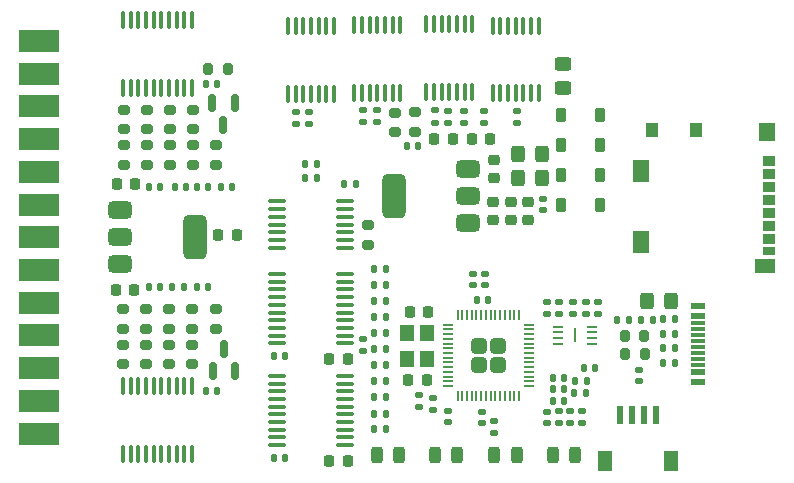
<source format=gbr>
%TF.GenerationSoftware,KiCad,Pcbnew,8.0.2*%
%TF.CreationDate,2024-12-01T19:44:38-06:00*%
%TF.ProjectId,Desktop_50_Pin_TopConn,4465736b-746f-4705-9f35-305f50696e5f,rev?*%
%TF.SameCoordinates,Original*%
%TF.FileFunction,Paste,Top*%
%TF.FilePolarity,Positive*%
%FSLAX46Y46*%
G04 Gerber Fmt 4.6, Leading zero omitted, Abs format (unit mm)*
G04 Created by KiCad (PCBNEW 8.0.2) date 2024-12-01 19:44:38*
%MOMM*%
%LPD*%
G01*
G04 APERTURE LIST*
G04 Aperture macros list*
%AMRoundRect*
0 Rectangle with rounded corners*
0 $1 Rounding radius*
0 $2 $3 $4 $5 $6 $7 $8 $9 X,Y pos of 4 corners*
0 Add a 4 corners polygon primitive as box body*
4,1,4,$2,$3,$4,$5,$6,$7,$8,$9,$2,$3,0*
0 Add four circle primitives for the rounded corners*
1,1,$1+$1,$2,$3*
1,1,$1+$1,$4,$5*
1,1,$1+$1,$6,$7*
1,1,$1+$1,$8,$9*
0 Add four rect primitives between the rounded corners*
20,1,$1+$1,$2,$3,$4,$5,0*
20,1,$1+$1,$4,$5,$6,$7,0*
20,1,$1+$1,$6,$7,$8,$9,0*
20,1,$1+$1,$8,$9,$2,$3,0*%
G04 Aperture macros list end*
%ADD10RoundRect,0.225000X-0.250000X0.225000X-0.250000X-0.225000X0.250000X-0.225000X0.250000X0.225000X0*%
%ADD11RoundRect,0.225000X-0.225000X-0.250000X0.225000X-0.250000X0.225000X0.250000X-0.225000X0.250000X0*%
%ADD12RoundRect,0.225000X0.225000X0.250000X-0.225000X0.250000X-0.225000X-0.250000X0.225000X-0.250000X0*%
%ADD13R,3.480000X1.846667*%
%ADD14RoundRect,0.140000X-0.140000X-0.170000X0.140000X-0.170000X0.140000X0.170000X-0.140000X0.170000X0*%
%ADD15RoundRect,0.100000X0.100000X-0.637500X0.100000X0.637500X-0.100000X0.637500X-0.100000X-0.637500X0*%
%ADD16RoundRect,0.140000X-0.170000X0.140000X-0.170000X-0.140000X0.170000X-0.140000X0.170000X0.140000X0*%
%ADD17RoundRect,0.140000X0.140000X0.170000X-0.140000X0.170000X-0.140000X-0.170000X0.140000X-0.170000X0*%
%ADD18R,1.100000X0.850000*%
%ADD19R,1.100000X0.750000*%
%ADD20R,1.000000X1.200000*%
%ADD21R,1.350000X1.550000*%
%ADD22R,1.350000X1.900000*%
%ADD23R,1.800000X1.170000*%
%ADD24RoundRect,0.243750X0.243750X0.456250X-0.243750X0.456250X-0.243750X-0.456250X0.243750X-0.456250X0*%
%ADD25RoundRect,0.135000X0.135000X0.185000X-0.135000X0.185000X-0.135000X-0.185000X0.135000X-0.185000X0*%
%ADD26RoundRect,0.200000X0.200000X0.275000X-0.200000X0.275000X-0.200000X-0.275000X0.200000X-0.275000X0*%
%ADD27RoundRect,0.200000X-0.275000X0.200000X-0.275000X-0.200000X0.275000X-0.200000X0.275000X0.200000X0*%
%ADD28RoundRect,0.150000X0.150000X-0.587500X0.150000X0.587500X-0.150000X0.587500X-0.150000X-0.587500X0*%
%ADD29RoundRect,0.200000X0.275000X-0.200000X0.275000X0.200000X-0.275000X0.200000X-0.275000X-0.200000X0*%
%ADD30RoundRect,0.135000X0.185000X-0.135000X0.185000X0.135000X-0.185000X0.135000X-0.185000X-0.135000X0*%
%ADD31RoundRect,0.135000X-0.135000X-0.185000X0.135000X-0.185000X0.135000X0.185000X-0.135000X0.185000X0*%
%ADD32R,1.240000X0.600000*%
%ADD33R,1.240000X0.300000*%
%ADD34RoundRect,0.100000X-0.637500X-0.100000X0.637500X-0.100000X0.637500X0.100000X-0.637500X0.100000X0*%
%ADD35RoundRect,0.100000X0.637500X0.100000X-0.637500X0.100000X-0.637500X-0.100000X0.637500X-0.100000X0*%
%ADD36RoundRect,0.249999X-0.395001X0.395001X-0.395001X-0.395001X0.395001X-0.395001X0.395001X0.395001X0*%
%ADD37RoundRect,0.050000X-0.050000X0.387500X-0.050000X-0.387500X0.050000X-0.387500X0.050000X0.387500X0*%
%ADD38RoundRect,0.050000X-0.387500X0.050000X-0.387500X-0.050000X0.387500X-0.050000X0.387500X0.050000X0*%
%ADD39RoundRect,0.100000X-0.100000X0.637500X-0.100000X-0.637500X0.100000X-0.637500X0.100000X0.637500X0*%
%ADD40RoundRect,0.135000X-0.185000X0.135000X-0.185000X-0.135000X0.185000X-0.135000X0.185000X0.135000X0*%
%ADD41RoundRect,0.250000X-0.325000X-0.450000X0.325000X-0.450000X0.325000X0.450000X-0.325000X0.450000X0*%
%ADD42RoundRect,0.150000X-0.150000X0.587500X-0.150000X-0.587500X0.150000X-0.587500X0.150000X0.587500X0*%
%ADD43R,0.600000X1.550000*%
%ADD44R,1.200000X1.800000*%
%ADD45RoundRect,0.225000X0.250000X-0.225000X0.250000X0.225000X-0.250000X0.225000X-0.250000X-0.225000X0*%
%ADD46RoundRect,0.225000X0.225000X0.375000X-0.225000X0.375000X-0.225000X-0.375000X0.225000X-0.375000X0*%
%ADD47RoundRect,0.140000X0.170000X-0.140000X0.170000X0.140000X-0.170000X0.140000X-0.170000X-0.140000X0*%
%ADD48RoundRect,0.375000X-0.625000X-0.375000X0.625000X-0.375000X0.625000X0.375000X-0.625000X0.375000X0*%
%ADD49RoundRect,0.500000X-0.500000X-1.400000X0.500000X-1.400000X0.500000X1.400000X-0.500000X1.400000X0*%
%ADD50RoundRect,0.040000X-0.040000X-0.605000X0.040000X-0.605000X0.040000X0.605000X-0.040000X0.605000X0*%
%ADD51RoundRect,0.062500X-0.387500X-0.062500X0.387500X-0.062500X0.387500X0.062500X-0.387500X0.062500X0*%
%ADD52RoundRect,0.200000X-0.200000X-0.275000X0.200000X-0.275000X0.200000X0.275000X-0.200000X0.275000X0*%
%ADD53RoundRect,0.250000X0.325000X0.450000X-0.325000X0.450000X-0.325000X-0.450000X0.325000X-0.450000X0*%
%ADD54RoundRect,0.375000X0.625000X0.375000X-0.625000X0.375000X-0.625000X-0.375000X0.625000X-0.375000X0*%
%ADD55RoundRect,0.500000X0.500000X1.400000X-0.500000X1.400000X-0.500000X-1.400000X0.500000X-1.400000X0*%
%ADD56R,1.200000X1.400000*%
%ADD57RoundRect,0.250000X0.450000X-0.325000X0.450000X0.325000X-0.450000X0.325000X-0.450000X-0.325000X0*%
G04 APERTURE END LIST*
D10*
%TO.C,C26*%
X41900000Y2975000D03*
X41900000Y1425000D03*
%TD*%
%TO.C,C25*%
X40400000Y2975000D03*
X40400000Y1425000D03*
%TD*%
D11*
%TO.C,C24*%
X17150000Y200000D03*
X18700000Y200000D03*
%TD*%
%TO.C,C20*%
X35425000Y8300000D03*
X36975000Y8300000D03*
%TD*%
%TO.C,C19*%
X38600000Y8300000D03*
X40150000Y8300000D03*
%TD*%
D12*
%TO.C,C9*%
X10075000Y4520000D03*
X8525000Y4520000D03*
%TD*%
D13*
%TO.C,J3*%
X2000000Y16620000D03*
X2000000Y13850000D03*
X2000000Y11080000D03*
X2000000Y8310000D03*
X2000000Y5540000D03*
X2000000Y2770000D03*
X2000000Y0D03*
X2000000Y-2770000D03*
X2000000Y-5540000D03*
X2000000Y-8310000D03*
X2000000Y-11080000D03*
X2000000Y-13850000D03*
X2000000Y-16620000D03*
%TD*%
D11*
%TO.C,C3*%
X26550000Y-10350000D03*
X28100000Y-10350000D03*
%TD*%
D14*
%TO.C,C4*%
X16060000Y-13060000D03*
X17020000Y-13060000D03*
%TD*%
D15*
%TO.C,U3*%
X34740000Y12300000D03*
X35390000Y12300000D03*
X36040000Y12300000D03*
X36690000Y12300000D03*
X37340000Y12300000D03*
X37990000Y12300000D03*
X38640000Y12300000D03*
X38640000Y18025000D03*
X37990000Y18025000D03*
X37340000Y18025000D03*
X36690000Y18025000D03*
X36040000Y18025000D03*
X35390000Y18025000D03*
X34740000Y18025000D03*
%TD*%
D11*
%TO.C,C7*%
X26550000Y-18975000D03*
X28100000Y-18975000D03*
%TD*%
D16*
%TO.C,C1*%
X52780000Y-11200000D03*
X52780000Y-12160000D03*
%TD*%
D17*
%TO.C,C2*%
X22815000Y-10080000D03*
X21855000Y-10080000D03*
%TD*%
D14*
%TO.C,C5*%
X16070000Y13010000D03*
X17030000Y13010000D03*
%TD*%
D17*
%TO.C,C6*%
X22815000Y-18725000D03*
X21855000Y-18725000D03*
%TD*%
%TO.C,C12*%
X14210000Y-4180000D03*
X13250000Y-4180000D03*
%TD*%
D18*
%TO.C,SD1*%
X63750000Y6445000D03*
X63750000Y5345000D03*
X63750000Y4245000D03*
X63750000Y3145000D03*
X63750000Y2045000D03*
X63750000Y945000D03*
X63750000Y-155000D03*
D19*
X63750000Y-1205000D03*
D20*
X57600000Y9080000D03*
X53900000Y9080000D03*
D21*
X63625000Y8905000D03*
D22*
X52925000Y5580000D03*
X52925000Y-390000D03*
D23*
X63400000Y-2415000D03*
%TD*%
D24*
%TO.C,D1*%
X47367500Y-18450000D03*
X45492500Y-18450000D03*
%TD*%
%TO.C,D2*%
X42395832Y-18450000D03*
X40520832Y-18450000D03*
%TD*%
D25*
%TO.C,R54*%
X31325000Y-16220000D03*
X30305000Y-16220000D03*
%TD*%
D26*
%TO.C,R46*%
X17925000Y14280000D03*
X16275000Y14280000D03*
%TD*%
D27*
%TO.C,R42*%
X9125000Y7775000D03*
X9125000Y6125000D03*
%TD*%
D25*
%TO.C,R56*%
X55850000Y-8175000D03*
X54830000Y-8175000D03*
%TD*%
D27*
%TO.C,R30*%
X14975000Y7775000D03*
X14975000Y6125000D03*
%TD*%
D25*
%TO.C,R4*%
X48320000Y-12200000D03*
X47300000Y-12200000D03*
%TD*%
D28*
%TO.C,Q1*%
X16675000Y-11350000D03*
X18575000Y-11350000D03*
X17625000Y-9475000D03*
%TD*%
D29*
%TO.C,R39*%
X12950000Y-7750000D03*
X12950000Y-6100000D03*
%TD*%
%TO.C,R31*%
X9050000Y-7750000D03*
X9050000Y-6100000D03*
%TD*%
D15*
%TO.C,U2*%
X28650000Y12227500D03*
X29300000Y12227500D03*
X29950000Y12227500D03*
X30600000Y12227500D03*
X31250000Y12227500D03*
X31900000Y12227500D03*
X32550000Y12227500D03*
X32550000Y17952500D03*
X31900000Y17952500D03*
X31250000Y17952500D03*
X30600000Y17952500D03*
X29950000Y17952500D03*
X29300000Y17952500D03*
X28650000Y17952500D03*
%TD*%
D10*
%TO.C,C17*%
X43400000Y2975000D03*
X43400000Y1425000D03*
%TD*%
D30*
%TO.C,R84*%
X23710000Y9620000D03*
X23710000Y10640000D03*
%TD*%
D31*
%TO.C,R24*%
X30305000Y-2690000D03*
X31325000Y-2690000D03*
%TD*%
D14*
%TO.C,C16*%
X17350000Y4240000D03*
X18310000Y4240000D03*
%TD*%
D29*
%TO.C,R33*%
X11000000Y-10775000D03*
X11000000Y-9125000D03*
%TD*%
D30*
%TO.C,R2*%
X34110000Y-14370000D03*
X34110000Y-13350000D03*
%TD*%
D14*
%TO.C,C29*%
X45450000Y-11893333D03*
X46410000Y-11893333D03*
%TD*%
D16*
%TO.C,C30*%
X39450000Y-14800000D03*
X39450000Y-15760000D03*
%TD*%
D25*
%TO.C,R48*%
X55850000Y-10635000D03*
X54830000Y-10635000D03*
%TD*%
D32*
%TO.C,J12*%
X57735000Y-12240000D03*
X57735000Y-11440000D03*
D33*
X57735000Y-10290000D03*
X57735000Y-9290000D03*
X57735000Y-8790000D03*
X57735000Y-7790000D03*
D32*
X57735000Y-6640000D03*
X57735000Y-5840000D03*
X57735000Y-5840000D03*
X57735000Y-6640000D03*
D33*
X57735000Y-7290000D03*
X57735000Y-8290000D03*
X57735000Y-9790000D03*
X57735000Y-10790000D03*
D32*
X57735000Y-11440000D03*
X57735000Y-12240000D03*
%TD*%
D34*
%TO.C,U5*%
X22137500Y3025000D03*
X22137500Y2375000D03*
X22137500Y1725000D03*
X22137500Y1075000D03*
X22137500Y425000D03*
X22137500Y-225000D03*
X22137500Y-875000D03*
X27862500Y-875000D03*
X27862500Y-225000D03*
X27862500Y425000D03*
X27862500Y1075000D03*
X27862500Y1725000D03*
X27862500Y2375000D03*
X27862500Y3025000D03*
%TD*%
D27*
%TO.C,R36*%
X11075000Y10800000D03*
X11075000Y9150000D03*
%TD*%
D25*
%TO.C,R3*%
X48310000Y-13200000D03*
X47290000Y-13200000D03*
%TD*%
D27*
%TO.C,R5*%
X32140000Y10555000D03*
X32140000Y8905000D03*
%TD*%
D29*
%TO.C,R35*%
X11000000Y-7750000D03*
X11000000Y-6100000D03*
%TD*%
D16*
%TO.C,C33*%
X44930000Y-5510000D03*
X44930000Y-6470000D03*
%TD*%
D12*
%TO.C,C8*%
X10000000Y-4450000D03*
X8450000Y-4450000D03*
%TD*%
D27*
%TO.C,R38*%
X11075000Y7775000D03*
X11075000Y6125000D03*
%TD*%
D30*
%TO.C,R9*%
X29380000Y-9630000D03*
X29380000Y-8610000D03*
%TD*%
D15*
%TO.C,U1*%
X23050000Y12137500D03*
X23700000Y12137500D03*
X24350000Y12137500D03*
X25000000Y12137500D03*
X25650000Y12137500D03*
X26300000Y12137500D03*
X26950000Y12137500D03*
X26950000Y17862500D03*
X26300000Y17862500D03*
X25650000Y17862500D03*
X25000000Y17862500D03*
X24350000Y17862500D03*
X23700000Y17862500D03*
X23050000Y17862500D03*
%TD*%
D27*
%TO.C,R40*%
X9125000Y10800000D03*
X9125000Y9150000D03*
%TD*%
D25*
%TO.C,R85*%
X31325000Y-9476734D03*
X30305000Y-9476734D03*
%TD*%
D15*
%TO.C,U4*%
X40370000Y12200000D03*
X41020000Y12200000D03*
X41670000Y12200000D03*
X42320000Y12200000D03*
X42970000Y12200000D03*
X43620000Y12200000D03*
X44270000Y12200000D03*
X44270000Y17925000D03*
X43620000Y17925000D03*
X42970000Y17925000D03*
X42320000Y17925000D03*
X41670000Y17925000D03*
X41020000Y17925000D03*
X40370000Y17925000D03*
%TD*%
D16*
%TO.C,C27*%
X44980000Y-14780000D03*
X44980000Y-15740000D03*
%TD*%
D35*
%TO.C,U6*%
X27862500Y-8975000D03*
X27862500Y-8325000D03*
X27862500Y-7675000D03*
X27862500Y-7025000D03*
X27862500Y-6375000D03*
X27862500Y-5725000D03*
X27862500Y-5075000D03*
X27862500Y-4425000D03*
X27862500Y-3775000D03*
X27862500Y-3125000D03*
X22137500Y-3125000D03*
X22137500Y-3775000D03*
X22137500Y-4425000D03*
X22137500Y-5075000D03*
X22137500Y-5725000D03*
X22137500Y-6375000D03*
X22137500Y-7025000D03*
X22137500Y-7675000D03*
X22137500Y-8325000D03*
X22137500Y-8975000D03*
%TD*%
D31*
%TO.C,R47*%
X54830000Y-6945000D03*
X55850000Y-6945000D03*
%TD*%
D36*
%TO.C,U13*%
X40800000Y-9200000D03*
X39200000Y-9200000D03*
X40800000Y-10800000D03*
X39200000Y-10800000D03*
D37*
X42600000Y-6562500D03*
X42200000Y-6562500D03*
X41800000Y-6562500D03*
X41400000Y-6562500D03*
X41000000Y-6562500D03*
X40600000Y-6562500D03*
X40200000Y-6562500D03*
X39800000Y-6562500D03*
X39400000Y-6562500D03*
X39000000Y-6562500D03*
X38600000Y-6562500D03*
X38200000Y-6562500D03*
X37800000Y-6562500D03*
X37400000Y-6562500D03*
D38*
X36562500Y-7400000D03*
X36562500Y-7800000D03*
X36562500Y-8200000D03*
X36562500Y-8600000D03*
X36562500Y-9000000D03*
X36562500Y-9400000D03*
X36562500Y-9800000D03*
X36562500Y-10200000D03*
X36562500Y-10600000D03*
X36562500Y-11000000D03*
X36562500Y-11400000D03*
X36562500Y-11800000D03*
X36562500Y-12200000D03*
X36562500Y-12600000D03*
D37*
X37400000Y-13437500D03*
X37800000Y-13437500D03*
X38200000Y-13437500D03*
X38600000Y-13437500D03*
X39000000Y-13437500D03*
X39400000Y-13437500D03*
X39800000Y-13437500D03*
X40200000Y-13437500D03*
X40600000Y-13437500D03*
X41000000Y-13437500D03*
X41400000Y-13437500D03*
X41800000Y-13437500D03*
X42200000Y-13437500D03*
X42600000Y-13437500D03*
D38*
X43437500Y-12600000D03*
X43437500Y-12200000D03*
X43437500Y-11800000D03*
X43437500Y-11400000D03*
X43437500Y-11000000D03*
X43437500Y-10600000D03*
X43437500Y-10200000D03*
X43437500Y-9800000D03*
X43437500Y-9400000D03*
X43437500Y-9000000D03*
X43437500Y-8600000D03*
X43437500Y-8200000D03*
X43437500Y-7800000D03*
X43437500Y-7400000D03*
%TD*%
D24*
%TO.C,D6*%
X37384166Y-18450000D03*
X35509166Y-18450000D03*
%TD*%
D39*
%TO.C,U7*%
X14925000Y18362500D03*
X14275000Y18362500D03*
X13625000Y18362500D03*
X12975000Y18362500D03*
X12325000Y18362500D03*
X11675000Y18362500D03*
X11025000Y18362500D03*
X10375000Y18362500D03*
X9725000Y18362500D03*
X9075000Y18362500D03*
X9075000Y12637500D03*
X9725000Y12637500D03*
X10375000Y12637500D03*
X11025000Y12637500D03*
X11675000Y12637500D03*
X12325000Y12637500D03*
X12975000Y12637500D03*
X13625000Y12637500D03*
X14275000Y12637500D03*
X14925000Y12637500D03*
%TD*%
D17*
%TO.C,C15*%
X16285000Y4250000D03*
X15325000Y4250000D03*
%TD*%
D14*
%TO.C,C14*%
X13445000Y4250000D03*
X14405000Y4250000D03*
%TD*%
D25*
%TO.C,R49*%
X53910000Y-7000000D03*
X52890000Y-7000000D03*
%TD*%
D27*
%TO.C,R45*%
X16925000Y7775000D03*
X16925000Y6125000D03*
%TD*%
D14*
%TO.C,C21*%
X27818000Y4496000D03*
X28778000Y4496000D03*
%TD*%
D25*
%TO.C,R87*%
X31325000Y-10838800D03*
X30305000Y-10838800D03*
%TD*%
D40*
%TO.C,R53*%
X40470000Y-15590000D03*
X40470000Y-16610000D03*
%TD*%
%TO.C,R55*%
X46027500Y-5480000D03*
X46027500Y-6500000D03*
%TD*%
D41*
%TO.C,F3*%
X53407000Y-5410000D03*
X55457000Y-5410000D03*
%TD*%
D42*
%TO.C,Q2*%
X18525000Y11350000D03*
X16625000Y11350000D03*
X17575000Y9475000D03*
%TD*%
D43*
%TO.C,J4*%
X51180000Y-15060000D03*
X52180000Y-15060000D03*
X53180000Y-15060000D03*
X54180000Y-15060000D03*
D44*
X49880000Y-18935000D03*
X55480000Y-18935000D03*
%TD*%
D14*
%TO.C,C23*%
X33120000Y7700000D03*
X34080000Y7700000D03*
%TD*%
D30*
%TO.C,R86*%
X42410000Y9680000D03*
X42410000Y10700000D03*
%TD*%
D40*
%TO.C,R83*%
X37970000Y10700000D03*
X37970000Y9680000D03*
%TD*%
%TO.C,R50*%
X46950000Y-14750000D03*
X46950000Y-15770000D03*
%TD*%
%TO.C,R81*%
X24840000Y10640000D03*
X24840000Y9620000D03*
%TD*%
D45*
%TO.C,C22*%
X40462000Y4991000D03*
X40462000Y6541000D03*
%TD*%
D14*
%TO.C,C34*%
X39010000Y-5290000D03*
X39970000Y-5290000D03*
%TD*%
D46*
%TO.C,D8*%
X49478000Y2718000D03*
X46178000Y2718000D03*
%TD*%
D26*
%TO.C,R22*%
X53230000Y-9900000D03*
X51580000Y-9900000D03*
%TD*%
D40*
%TO.C,R80*%
X30570000Y10790000D03*
X30570000Y9770000D03*
%TD*%
D27*
%TO.C,R7*%
X33770000Y10580000D03*
X33770000Y8930000D03*
%TD*%
D47*
%TO.C,C38*%
X49320000Y-6470000D03*
X49320000Y-5510000D03*
%TD*%
D25*
%TO.C,R88*%
X31325000Y-12200866D03*
X30305000Y-12200866D03*
%TD*%
D40*
%TO.C,R79*%
X29360000Y10790000D03*
X29360000Y9770000D03*
%TD*%
D16*
%TO.C,C36*%
X36580000Y-14720000D03*
X36580000Y-15680000D03*
%TD*%
D25*
%TO.C,R89*%
X31325000Y-13562932D03*
X30305000Y-13562932D03*
%TD*%
%TO.C,R91*%
X31325000Y-14925000D03*
X30305000Y-14925000D03*
%TD*%
D47*
%TO.C,C18*%
X39700000Y-4080000D03*
X39700000Y-3120000D03*
%TD*%
D16*
%TO.C,C43*%
X44600000Y3260000D03*
X44600000Y2300000D03*
%TD*%
D27*
%TO.C,R32*%
X13025000Y10800000D03*
X13025000Y9150000D03*
%TD*%
D29*
%TO.C,R43*%
X14900000Y-7750000D03*
X14900000Y-6100000D03*
%TD*%
D40*
%TO.C,R1*%
X47940000Y-14750000D03*
X47940000Y-15770000D03*
%TD*%
D27*
%TO.C,R25*%
X29794000Y1003000D03*
X29794000Y-647000D03*
%TD*%
D14*
%TO.C,C10*%
X11270000Y4250000D03*
X12230000Y4250000D03*
%TD*%
D30*
%TO.C,R90*%
X39600000Y9680000D03*
X39600000Y10700000D03*
%TD*%
D14*
%TO.C,C32*%
X45450000Y-12866666D03*
X46410000Y-12866666D03*
%TD*%
D48*
%TO.C,U10*%
X8850000Y2300000D03*
X8850000Y0D03*
D49*
X15150000Y0D03*
D48*
X8850000Y-2300000D03*
%TD*%
D46*
%TO.C,D4*%
X49478000Y10338000D03*
X46178000Y10338000D03*
%TD*%
D41*
%TO.C,F1*%
X42485000Y5004000D03*
X44535000Y5004000D03*
%TD*%
D50*
%TO.C,U12*%
X47320000Y-8310000D03*
D51*
X45895000Y-7560000D03*
X45895000Y-8060000D03*
X45895000Y-8560000D03*
X45895000Y-9060000D03*
X48745000Y-9060000D03*
X48745000Y-8560000D03*
X48745000Y-8060000D03*
X48745000Y-7560000D03*
%TD*%
D47*
%TO.C,C39*%
X48232500Y-6470000D03*
X48232500Y-5510000D03*
%TD*%
D27*
%TO.C,R34*%
X13025000Y7775000D03*
X13025000Y6125000D03*
%TD*%
D30*
%TO.C,R94*%
X36590000Y9680000D03*
X36590000Y10700000D03*
%TD*%
D46*
%TO.C,D3*%
X49478000Y5258000D03*
X46178000Y5258000D03*
%TD*%
D25*
%TO.C,R93*%
X31325000Y-5390536D03*
X30305000Y-5390536D03*
%TD*%
D29*
%TO.C,R37*%
X12950000Y-10775000D03*
X12950000Y-9125000D03*
%TD*%
%TO.C,R41*%
X14900000Y-10775000D03*
X14900000Y-9125000D03*
%TD*%
D15*
%TO.C,U8*%
X9075000Y-18362500D03*
X9725000Y-18362500D03*
X10375000Y-18362500D03*
X11025000Y-18362500D03*
X11675000Y-18362500D03*
X12325000Y-18362500D03*
X12975000Y-18362500D03*
X13625000Y-18362500D03*
X14275000Y-18362500D03*
X14925000Y-18362500D03*
X14925000Y-12637500D03*
X14275000Y-12637500D03*
X13625000Y-12637500D03*
X12975000Y-12637500D03*
X12325000Y-12637500D03*
X11675000Y-12637500D03*
X11025000Y-12637500D03*
X10375000Y-12637500D03*
X9725000Y-12637500D03*
X9075000Y-12637500D03*
%TD*%
D24*
%TO.C,D7*%
X32412500Y-18450000D03*
X30537500Y-18450000D03*
%TD*%
D52*
%TO.C,R23*%
X51565000Y-8370000D03*
X53215000Y-8370000D03*
%TD*%
D30*
%TO.C,R52*%
X45960000Y-15770000D03*
X45960000Y-14750000D03*
%TD*%
D31*
%TO.C,R26*%
X24490000Y4990000D03*
X25510000Y4990000D03*
%TD*%
D29*
%TO.C,R29*%
X9050000Y-10775000D03*
X9050000Y-9125000D03*
%TD*%
D12*
%TO.C,C40*%
X34785000Y-12100000D03*
X33235000Y-12100000D03*
%TD*%
D53*
%TO.C,F5*%
X44535000Y7036000D03*
X42485000Y7036000D03*
%TD*%
D35*
%TO.C,U9*%
X27862500Y-17600000D03*
X27862500Y-16950000D03*
X27862500Y-16300000D03*
X27862500Y-15650000D03*
X27862500Y-15000000D03*
X27862500Y-14350000D03*
X27862500Y-13700000D03*
X27862500Y-13050000D03*
X27862500Y-12400000D03*
X27862500Y-11750000D03*
X22137500Y-11750000D03*
X22137500Y-12400000D03*
X22137500Y-13050000D03*
X22137500Y-13700000D03*
X22137500Y-14350000D03*
X22137500Y-15000000D03*
X22137500Y-15650000D03*
X22137500Y-16300000D03*
X22137500Y-16950000D03*
X22137500Y-17600000D03*
%TD*%
D47*
%TO.C,C35*%
X38730000Y-4080000D03*
X38730000Y-3120000D03*
%TD*%
D17*
%TO.C,C37*%
X49050000Y-11050000D03*
X48090000Y-11050000D03*
%TD*%
D29*
%TO.C,R44*%
X16925000Y-7750000D03*
X16925000Y-6100000D03*
%TD*%
D16*
%TO.C,C28*%
X35310000Y-13630000D03*
X35310000Y-14590000D03*
%TD*%
D30*
%TO.C,R58*%
X47135000Y-6500000D03*
X47135000Y-5480000D03*
%TD*%
D25*
%TO.C,R96*%
X31325000Y-8114668D03*
X30305000Y-8114668D03*
%TD*%
D27*
%TO.C,R28*%
X14975000Y10800000D03*
X14975000Y9150000D03*
%TD*%
D30*
%TO.C,R82*%
X35460000Y9710000D03*
X35460000Y10730000D03*
%TD*%
D14*
%TO.C,C11*%
X11250000Y-4180000D03*
X12210000Y-4180000D03*
%TD*%
D25*
%TO.C,R95*%
X31325000Y-6752602D03*
X30305000Y-6752602D03*
%TD*%
D17*
%TO.C,C13*%
X16305000Y-4180000D03*
X15345000Y-4180000D03*
%TD*%
D54*
%TO.C,U11*%
X38278000Y1180000D03*
X38278000Y3480000D03*
D55*
X31978000Y3480000D03*
D54*
X38278000Y5780000D03*
%TD*%
D46*
%TO.C,D9*%
X49478000Y7798000D03*
X46178000Y7798000D03*
%TD*%
D56*
%TO.C,Y1*%
X33150000Y-8070000D03*
X33150000Y-10270000D03*
X34850000Y-10270000D03*
X34850000Y-8070000D03*
%TD*%
D25*
%TO.C,R92*%
X31325000Y-4028470D03*
X30305000Y-4028470D03*
%TD*%
%TO.C,R27*%
X25510000Y6160000D03*
X24490000Y6160000D03*
%TD*%
D14*
%TO.C,C31*%
X45450000Y-13840000D03*
X46410000Y-13840000D03*
%TD*%
D25*
%TO.C,R51*%
X51910000Y-7000000D03*
X50890000Y-7000000D03*
%TD*%
D57*
%TO.C,F4*%
X46304000Y12615000D03*
X46304000Y14665000D03*
%TD*%
D11*
%TO.C,C42*%
X33335000Y-6290000D03*
X34885000Y-6290000D03*
%TD*%
D25*
%TO.C,R57*%
X55850000Y-9405000D03*
X54830000Y-9405000D03*
%TD*%
M02*

</source>
